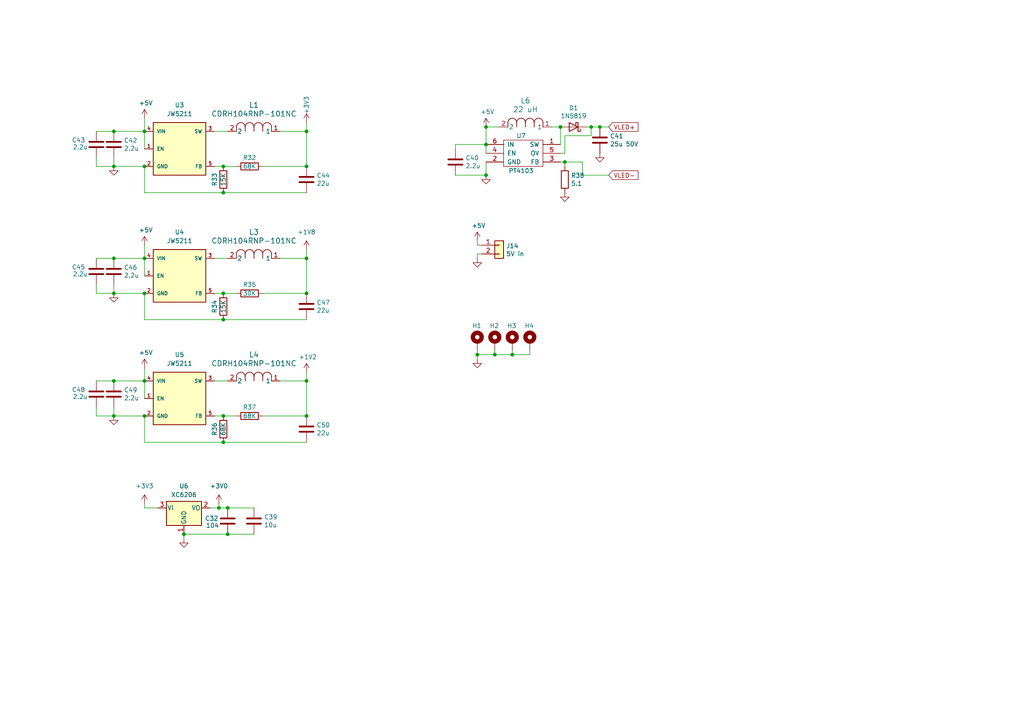
<source format=kicad_sch>
(kicad_sch (version 20231120) (generator "eeschema") (generator_version "8.0")
  (paper "A4")
  (title_block (title "Kaage Pi") (company "Abhilash") (comment 1 "https://github.com/abhilashsagar"))
  (lib_symbols
    (symbol "2025-03-06_13-07-21:CDRH104RNP-101NC" (pin_names (offset 0.254))
      (property "Reference" "L" (at 6.985 5.08 0))
      (property "Value" "CDRH104RNP-101NC" (at 6.985 -2.54 0))
      (symbol "CDRH104RNP-101NC_0_1"
        (polyline (pts (xy 2.54 0) (xy 2.54 1.27)) (stroke (width 0.2032)))
        (polyline (pts (xy 5.08 0) (xy 5.08 1.27)) (stroke (width 0.2032)))
        (polyline (pts (xy 7.62 0) (xy 7.62 1.27)) (stroke (width 0.2032)))
        (polyline (pts (xy 10.16 0) (xy 10.16 1.27)) (stroke (width 0.2032)))
        (polyline (pts (xy 12.7 0) (xy 12.7 1.27)) (stroke (width 0.2032)))
        (arc (start 5.08 1.27) (mid 3.81 2.5344) (end 2.54 1.27) (stroke (width 0.2032)))
        (arc (start 7.62 1.27) (mid 6.35 2.5344) (end 5.08 1.27) (stroke (width 0.2032)))
        (arc (start 10.16 1.27) (mid 8.89 2.5344) (end 7.62 1.27) (stroke (width 0.2032)))
        (arc (start 12.7 1.27) (mid 11.43 2.5344) (end 10.16 1.27) (stroke (width 0.2032)))
        (pin unspecified line (at 15.24 0 180) (length 2.54) (name "1") (number "1"))
        (pin unspecified line (at 0 0 0) (length 2.54) (name "2") (number "2"))
      )
    )
    (symbol "Connector_Generic:Conn_01x02" (pin_names (offset 1.016) hide)
      (property "Reference" "J" (at 0 2.54 0))
      (property "Value" "Conn_01x02" (at 0 -5.08 0))
      (symbol "Conn_01x02_1_1"
        (rectangle (start -1.27 -2.413) (end 0 -2.667) (stroke (width 0.1524)))
        (rectangle (start -1.27 0.127) (end 0 -0.127) (stroke (width 0.1524)))
        (rectangle (start -1.27 1.27) (end 1.27 -3.81) (stroke (width 0.254)) (fill (type background)))
        (pin passive line (at -5.08 0 0) (length 3.81) (name "Pin_1") (number "1"))
        (pin passive line (at -5.08 -2.54 0) (length 3.81) (name "Pin_2") (number "2"))
      )
    )
    (symbol "Device:C" (pin_numbers hide) (pin_names (offset 0.254))
      (property "Reference" "C" (at 0.635 2.54 0))
      (property "Value" "C" (at 0.635 -2.54 0))
      (symbol "C_0_1"
        (polyline (pts (xy -2.032 -0.762) (xy 2.032 -0.762)) (stroke (width 0.508)))
        (polyline (pts (xy -2.032 0.762) (xy 2.032 0.762)) (stroke (width 0.508)))
      )
      (symbol "C_1_1"
        (pin passive line (at 0 3.81 270) (length 2.794) (name "~") (number "1"))
        (pin passive line (at 0 -3.81 90) (length 2.794) (name "~") (number "2"))
      )
    )
    (symbol "Device:D_Schottky" (pin_numbers hide) (pin_names (offset 1.016) hide)
      (property "Reference" "D" (at 0 2.54 0))
      (property "Value" "D_Schottky" (at 0 -2.54 0))
      (symbol "D_Schottky_0_1"
        (polyline (pts (xy 1.27 0) (xy -1.27 0)))
        (polyline (pts (xy 1.27 1.27) (xy 1.27 -1.27) (xy -1.27 0) (xy 1.27 1.27)) (stroke (width 0.254)))
        (polyline (pts (xy -1.905 0.635) (xy -1.905 1.27) (xy -1.27 1.27) (xy -1.27 -1.27) (xy -0.635 -1.27) (xy -0.635 -0.635)) (stroke (width 0.254)))
      )
      (symbol "D_Schottky_1_1"
        (pin passive line (at -3.81 0 0) (length 2.54) (name "K") (number "1"))
        (pin passive line (at 3.81 0 180) (length 2.54) (name "A") (number "2"))
      )
    )
    (symbol "Device:R" (pin_numbers hide) (pin_names (offset 0))
      (property "Reference" "R" (at 2.032 0 90))
      (property "Value" "R" (at 0 0 90))
      (symbol "R_0_1"
        (rectangle (start -1.016 -2.54) (end 1.016 2.54) (stroke (width 0.254)))
      )
      (symbol "R_1_1"
        (pin passive line (at 0 3.81 270) (length 1.27) (name "~") (number "1"))
        (pin passive line (at 0 -3.81 90) (length 1.27) (name "~") (number "2"))
      )
    )
    (symbol "JW5211:JW5211" (pin_names (offset 1.016))
      (property "Reference" "U" (at 0 15.748 0))
      (property "Value" "JW5211" (at 0 -2.286 0))
      (symbol "JW5211_0_0"
        (rectangle (start 0 0) (end 15.24 15.24) (stroke (width 0.254)) (fill (type background)))
        (pin input line (at -2.54 7.62 0) (length 2.54) (name "EN") (number "1"))
        (pin power_in line (at -2.54 2.54 0) (length 2.54) (name "GND") (number "2"))
        (pin power_in line (at 17.78 12.7 180) (length 2.54) (name "SW") (number "3"))
        (pin power_in line (at -2.54 12.7 0) (length 2.54) (name "VIN") (number "4"))
        (pin input line (at 17.78 2.54 180) (length 2.54) (name "FB") (number "5"))
      )
    )
    (symbol "Mechanical:MountingHole_Pad" (pin_numbers hide) (pin_names (offset 1.016) hide) (exclude_from_sim yes) (in_bom no)
      (property "Reference" "H" (at 0 6.35 0))
      (property "Value" "MountingHole_Pad" (at 0 4.445 0))
      (symbol "MountingHole_Pad_0_1"
        (circle (center 0 1.27) (radius 1.27) (stroke (width 1.27)))
      )
      (symbol "MountingHole_Pad_1_1"
        (pin input line (at 0 -2.54 90) (length 2.54) (name "1") (number "1"))
      )
    )
    (symbol "Regulator_Linear:XC6206PxxxMR" (pin_names (offset 0.254))
      (property "Reference" "U" (at -3.81 3.175 0))
      (property "Value" "XC6206PxxxMR" (at 0 3.175 0))
      (symbol "XC6206PxxxMR_0_1"
        (rectangle (start -5.08 1.905) (end 5.08 -5.08) (stroke (width 0.254)) (fill (type background)))
      )
      (symbol "XC6206PxxxMR_1_1"
        (pin power_in line (at 0 -7.62 90) (length 2.54) (name "GND") (number "1"))
        (pin power_out line (at 7.62 0 180) (length 2.54) (name "VO") (number "2"))
        (pin power_in line (at -7.62 0 0) (length 2.54) (name "VI") (number "3"))
      )
    )
    (symbol "balmer_allwinner_v3s_v2-rescue:+1V2-power" (power) (pin_names (offset 0))
      (property "Value" "power_+1V2" (at 0 3.556 0))
      (symbol "+1V2-power_0_1"
        (polyline (pts (xy -0.762 1.27) (xy 0 2.54)))
        (polyline (pts (xy 0 0) (xy 0 2.54)))
        (polyline (pts (xy 0 2.54) (xy 0.762 1.27)))
      )
      (symbol "+1V2-power_1_1"
        (pin power_in line (at 0 0 90) (length 0) hide (name "+1V2") (number "1"))
      )
    )
    (symbol "balmer_allwinner_v3s_v2-rescue:+1V8-power" (power) (pin_names (offset 0))
      (property "Value" "power_+1V8" (at 0 3.556 0))
      (symbol "+1V8-power_0_1"
        (polyline (pts (xy -0.762 1.27) (xy 0 2.54)))
        (polyline (pts (xy 0 0) (xy 0 2.54)))
        (polyline (pts (xy 0 2.54) (xy 0.762 1.27)))
      )
      (symbol "+1V8-power_1_1"
        (pin power_in line (at 0 0 90) (length 0) hide (name "+1V8") (number "1"))
      )
    )
    (symbol "balmer_allwinner_v3s_v2-rescue:+3V0-power" (power) (pin_names (offset 0))
      (property "Value" "power_+3V0" (at 0 3.556 0))
      (symbol "+3V0-power_0_1"
        (polyline (pts (xy -0.762 1.27) (xy 0 2.54)))
        (polyline (pts (xy 0 0) (xy 0 2.54)))
        (polyline (pts (xy 0 2.54) (xy 0.762 1.27)))
      )
      (symbol "+3V0-power_1_1"
        (pin power_in line (at 0 0 90) (length 0) hide (name "+3V0") (number "1"))
      )
    )
    (symbol "balmer_allwinner_v3s_v2-rescue:+3V3-power" (power) (pin_names (offset 0))
      (property "Value" "power_+3V3" (at 0 3.556 0))
      (symbol "+3V3-power_0_1"
        (polyline (pts (xy -0.762 1.27) (xy 0 2.54)))
        (polyline (pts (xy 0 0) (xy 0 2.54)))
        (polyline (pts (xy 0 2.54) (xy 0.762 1.27)))
      )
      (symbol "+3V3-power_1_1"
        (pin power_in line (at 0 0 90) (length 0) hide (name "+3V3") (number "1"))
      )
    )
    (symbol "balmer_allwinner_v3s_v2-rescue:+5V-power" (power) (pin_names (offset 0))
      (property "Value" "power_+5V" (at 0 3.556 0))
      (symbol "+5V-power_0_1"
        (polyline (pts (xy -0.762 1.27) (xy 0 2.54)))
        (polyline (pts (xy 0 0) (xy 0 2.54)))
        (polyline (pts (xy 0 2.54) (xy 0.762 1.27)))
      )
      (symbol "+5V-power_1_1"
        (pin power_in line (at 0 0 90) (length 0) hide (name "+5V") (number "1"))
      )
    )
    (symbol "balmer_allwinner_v3s_v2-rescue:GND-power" (power) (pin_names (offset 0))
      (property "Value" "power_GND" (at 0 -3.81 0))
      (symbol "GND-power_0_1"
        (polyline (pts (xy 0 0) (xy 0 -1.27) (xy 1.27 -1.27) (xy 0 -2.54) (xy -1.27 -1.27) (xy 0 -1.27)))
      )
      (symbol "GND-power_1_1"
        (pin power_in line (at 0 0 270) (length 0) hide (name "GND") (number "1"))
      )
    )
    (symbol "balmer_allwinner_v3s_v2-rescue:PT4101-balmer" (pin_names (offset 1.016))
      (property "Reference" "U" (at -1.27 3.81 0))
      (property "Value" "balmer_PT4101" (at 0 -6.35 0))
      (symbol "PT4101-balmer_0_1"
        (rectangle (start -6.35 2.54) (end 5.08 -5.08))
      )
      (symbol "PT4101-balmer_1_1"
        (pin input line (at 10.16 1.27 180) (length 5.08) (name "SW") (number "1"))
        (pin input line (at -11.43 -3.81 0) (length 5.08) (name "GND") (number "2"))
        (pin input line (at 10.16 -3.81 180) (length 5.08) (name "FB") (number "3"))
        (pin input line (at -11.43 -1.27 0) (length 5.08) (name "EN") (number "4"))
        (pin input line (at 10.16 -1.27 180) (length 5.08) (name "OV") (number "5"))
        (pin input line (at -11.43 1.27 0) (length 5.08) (name "IN") (number "6"))
      )
    )
  )
  (junction (at 140.97 36.83))
  (junction (at 64.77 92.71))
  (junction (at 88.9 120.65))
  (junction (at 33.02 38.1))
  (junction (at 140.97 50.8))
  (junction (at 33.02 110.49))
  (junction (at 64.77 48.26))
  (junction (at 64.77 55.88))
  (junction (at 41.91 85.09))
  (junction (at 143.51 102.87))
  (junction (at 64.77 128.27))
  (junction (at 88.9 48.26))
  (junction (at 53.34 154.94))
  (junction (at 64.77 85.09))
  (junction (at 33.02 48.26))
  (junction (at 171.45 36.83))
  (junction (at 88.9 38.1))
  (junction (at 41.91 74.93))
  (junction (at 138.43 102.87))
  (junction (at 41.91 48.26))
  (junction (at 163.83 46.99))
  (junction (at 140.97 41.91))
  (junction (at 33.02 85.09))
  (junction (at 66.04 154.94))
  (junction (at 66.04 147.32))
  (junction (at 64.77 120.65))
  (junction (at 41.91 110.49))
  (junction (at 173.99 36.83))
  (junction (at 88.9 74.93))
  (junction (at 88.9 85.09))
  (junction (at 41.91 120.65))
  (junction (at 148.59 102.87))
  (junction (at 88.9 110.49))
  (junction (at 33.02 120.65))
  (junction (at 63.5 147.32))
  (junction (at 33.02 74.93))
  (junction (at 162.56 36.83))
  (junction (at 41.91 38.1))
  (wire (pts (xy 41.91 110.49) (xy 41.91 115.57)))
  (wire (pts (xy 171.45 36.83) (xy 173.99 36.83)))
  (wire (pts (xy 88.9 48.26) (xy 88.9 38.1)))
  (wire (pts (xy 162.56 46.99) (xy 163.83 46.99)))
  (wire (pts (xy 66.04 154.94) (xy 73.66 154.94)))
  (wire (pts (xy 76.2 85.09) (xy 88.9 85.09)))
  (wire (pts (xy 160.02 36.83) (xy 162.56 36.83)))
  (wire (pts (xy 148.59 102.87) (xy 153.67 102.87)))
  (wire (pts (xy 60.96 147.32) (xy 63.5 147.32)))
  (wire (pts (xy 27.94 38.1) (xy 33.02 38.1)))
  (wire (pts (xy 139.7 71.12) (xy 138.43 71.12)))
  (wire (pts (xy 170.18 36.83) (xy 171.45 36.83)))
  (wire (pts (xy 53.34 156.21) (xy 53.34 154.94)))
  (wire (pts (xy 88.9 120.65) (xy 88.9 110.49)))
  (wire (pts (xy 64.77 128.27) (xy 41.91 128.27)))
  (wire (pts (xy 53.34 154.94) (xy 66.04 154.94)))
  (wire (pts (xy 88.9 85.09) (xy 88.9 74.93)))
  (wire (pts (xy 171.45 39.37) (xy 163.83 39.37)))
  (wire (pts (xy 66.04 110.49) (xy 62.23 110.49)))
  (wire (pts (xy 41.91 92.71) (xy 41.91 85.09)))
  (wire (pts (xy 33.02 85.09) (xy 41.91 85.09)))
  (wire (pts (xy 171.45 36.83) (xy 171.45 39.37)))
  (wire (pts (xy 88.9 110.49) (xy 88.9 107.95)))
  (wire (pts (xy 62.23 48.26) (xy 64.77 48.26)))
  (wire (pts (xy 88.9 55.88) (xy 64.77 55.88)))
  (wire (pts (xy 64.77 92.71) (xy 41.91 92.71)))
  (wire (pts (xy 138.43 101.6) (xy 138.43 102.87)))
  (wire (pts (xy 132.08 41.91) (xy 140.97 41.91)))
  (wire (pts (xy 138.43 73.66) (xy 138.43 74.93)))
  (wire (pts (xy 143.51 101.6) (xy 143.51 102.87)))
  (wire (pts (xy 81.28 74.93) (xy 88.9 74.93)))
  (wire (pts (xy 88.9 92.71) (xy 64.77 92.71)))
  (wire (pts (xy 138.43 102.87) (xy 143.51 102.87)))
  (wire (pts (xy 140.97 44.45) (xy 140.97 41.91)))
  (wire (pts (xy 41.91 55.88) (xy 41.91 48.26)))
  (wire (pts (xy 143.51 102.87) (xy 148.59 102.87)))
  (wire (pts (xy 41.91 147.32) (xy 41.91 146.05)))
  (wire (pts (xy 76.2 120.65) (xy 88.9 120.65)))
  (wire (pts (xy 163.83 44.45) (xy 162.56 44.45)))
  (wire (pts (xy 27.94 85.09) (xy 33.02 85.09)))
  (wire (pts (xy 33.02 118.11) (xy 33.02 120.65)))
  (wire (pts (xy 168.91 50.8) (xy 168.91 46.99)))
  (wire (pts (xy 33.02 48.26) (xy 41.91 48.26)))
  (wire (pts (xy 41.91 71.12) (xy 41.91 74.93)))
  (wire (pts (xy 27.94 48.26) (xy 33.02 48.26)))
  (wire (pts (xy 173.99 36.83) (xy 176.53 36.83)))
  (wire (pts (xy 45.72 147.32) (xy 41.91 147.32)))
  (wire (pts (xy 163.83 46.99) (xy 163.83 48.26)))
  (wire (pts (xy 27.94 110.49) (xy 33.02 110.49)))
  (wire (pts (xy 148.59 101.6) (xy 148.59 102.87)))
  (wire (pts (xy 163.83 39.37) (xy 163.83 44.45)))
  (wire (pts (xy 64.77 85.09) (xy 68.58 85.09)))
  (wire (pts (xy 64.77 120.65) (xy 68.58 120.65)))
  (wire (pts (xy 132.08 50.8) (xy 140.97 50.8)))
  (wire (pts (xy 138.43 71.12) (xy 138.43 69.85)))
  (wire (pts (xy 81.28 38.1) (xy 88.9 38.1)))
  (wire (pts (xy 33.02 38.1) (xy 41.91 38.1)))
  (wire (pts (xy 66.04 38.1) (xy 62.23 38.1)))
  (wire (pts (xy 64.77 48.26) (xy 68.58 48.26)))
  (wire (pts (xy 27.94 74.93) (xy 33.02 74.93)))
  (wire (pts (xy 66.04 74.93) (xy 62.23 74.93)))
  (wire (pts (xy 66.04 147.32) (xy 73.66 147.32)))
  (wire (pts (xy 27.94 48.26) (xy 27.94 45.72)))
  (wire (pts (xy 132.08 43.18) (xy 132.08 41.91)))
  (wire (pts (xy 81.28 110.49) (xy 88.9 110.49)))
  (wire (pts (xy 162.56 36.83) (xy 162.56 41.91)))
  (wire (pts (xy 140.97 41.91) (xy 140.97 36.83)))
  (wire (pts (xy 41.91 106.68) (xy 41.91 110.49)))
  (wire (pts (xy 63.5 147.32) (xy 66.04 147.32)))
  (wire (pts (xy 62.23 85.09) (xy 64.77 85.09)))
  (wire (pts (xy 33.02 74.93) (xy 41.91 74.93)))
  (wire (pts (xy 88.9 74.93) (xy 88.9 72.39)))
  (wire (pts (xy 168.91 46.99) (xy 163.83 46.99)))
  (wire (pts (xy 153.67 102.87) (xy 153.67 101.6)))
  (wire (pts (xy 88.9 38.1) (xy 88.9 35.56)))
  (wire (pts (xy 41.91 74.93) (xy 41.91 80.01)))
  (wire (pts (xy 27.94 120.65) (xy 27.94 118.11)))
  (wire (pts (xy 33.02 45.72) (xy 33.02 48.26)))
  (wire (pts (xy 33.02 120.65) (xy 41.91 120.65)))
  (wire (pts (xy 168.91 50.8) (xy 176.53 50.8)))
  (wire (pts (xy 76.2 48.26) (xy 88.9 48.26)))
  (wire (pts (xy 62.23 120.65) (xy 64.77 120.65)))
  (wire (pts (xy 27.94 85.09) (xy 27.94 82.55)))
  (wire (pts (xy 88.9 128.27) (xy 64.77 128.27)))
  (wire (pts (xy 33.02 110.49) (xy 41.91 110.49)))
  (wire (pts (xy 64.77 55.88) (xy 41.91 55.88)))
  (wire (pts (xy 27.94 120.65) (xy 33.02 120.65)))
  (wire (pts (xy 41.91 34.29) (xy 41.91 38.1)))
  (wire (pts (xy 41.91 128.27) (xy 41.91 120.65)))
  (wire (pts (xy 138.43 102.87) (xy 138.43 104.14)))
  (wire (pts (xy 139.7 73.66) (xy 138.43 73.66)))
  (wire (pts (xy 41.91 38.1) (xy 41.91 43.18)))
  (wire (pts (xy 140.97 46.99) (xy 140.97 50.8)))
  (wire (pts (xy 33.02 82.55) (xy 33.02 85.09)))
  (wire (pts (xy 63.5 147.32) (xy 63.5 146.05)))
  (wire (pts (xy 140.97 36.83) (xy 144.78 36.83)))
  (global_label "VLED-" (shape input) (at 176.53 50.8 0) (property "Intersheetrefs" "${INTERSHEET_REFS}" (effects (hide yes))))
  (global_label "VLED+" (shape input) (at 176.53 36.83 0) (property "Intersheetrefs" "${INTERSHEET_REFS}" (effects (hide yes))))
  (symbol (lib_id "balmer_allwinner_v3s_v2-rescue:+5V-power") (at 41.91 71.12 0) (unit 1)
    (property "Reference" "#PWR0109" (effects (hide yes)))
    (property "Value" "+5V" (at 42.291 66.7258 0))
  )
  (symbol (lib_id "Device:C") (at 88.9 88.9 0) (unit 1)
    (property "Reference" "C47" (at 91.821 87.7316 0) (effects (justify left)))
    (property "Value" "22u" (at 91.821 90.043 0) (effects (justify left)))
    (property "Footprint" "Capacitor_SMD:C_0603_1608Metric" (effects (hide yes)))
  )
  (symbol (lib_id "Device:C") (at 73.66 151.13 0) (unit 1)
    (property "Reference" "C39" (at 76.581 149.9616 0) (effects (justify left)))
    (property "Value" "10u" (at 76.581 152.273 0) (effects (justify left)))
    (property "Footprint" "Capacitor_SMD:C_0603_1608Metric" (effects (hide yes)))
  )
  (symbol (lib_id "balmer_allwinner_v3s_v2-rescue:+5V-power") (at 140.97 36.83 0) (unit 1)
    (property "Reference" "#PWR0118" (effects (hide yes)))
    (property "Value" "+5V" (at 141.351 32.4358 0))
  )
  (symbol (lib_id "Device:C") (at 173.99 40.64 0) (unit 1)
    (property "Reference" "C41" (at 176.911 39.4716 0) (effects (justify left)))
    (property "Value" "25u 50V" (at 176.911 41.783 0) (effects (justify left)))
    (property "Footprint" "Capacitor_SMD:C_1206_3216Metric" (effects (hide yes)))
  )
  (symbol (lib_id "Mechanical:MountingHole_Pad") (at 153.67 99.06 0) (unit 1) (exclude_from_sim yes) (in_bom no)
    (property "Reference" "H4" (at 152.146 94.488 0) (effects (justify left)))
    (property "Value" "MountingHole_Pad" (effects (hide yes)))
    (property "Footprint" "MountingHole:MountingHole_2.5mm_Pad" (effects (hide yes)))
    (property "Description" "Mounting Hole with connection" (effects (hide yes)))
  )
  (symbol (lib_id "JW5211:JW5211") (at 44.45 123.19 0) (unit 1)
    (property "Reference" "U5" (at 52.07 102.87 0))
    (property "Value" "JW5211" (at 52.07 105.41 0))
    (property "Footprint" "Package_TO_SOT_SMD:SOT-23-5" (effects (hide yes)))
    (property "MF" "NJR" (effects (hide yes)))
    (property "Description_1" "\n                        \n                            Digital to Analog Converters - DAC 8bit 3ch D/A Cnvrtr for Elctrnc Adjstmnt\n                        \n" (effects (hide yes)))
    (property "Package" "None" (effects (hide yes)))
    (property "Price" "None" (effects (hide yes)))
    (property "SnapEDA_Link" "https://www.snapeda.com/parts/JW5211/NJR/view-part/?ref=snap" (effects (hide yes)))
    (property "MP" "JW5211" (effects (hide yes)))
    (property "Availability" "Not in stock" (effects (hide yes)))
    (property "Check_prices" "https://www.snapeda.com/parts/JW5211/NJR/view-part/?ref=eda" (effects (hide yes)))
  )
  (symbol (lib_id "Device:R") (at 163.83 52.07 0) (unit 1)
    (property "Reference" "R38" (at 165.608 50.9016 0) (effects (justify left)))
    (property "Value" "5.1" (at 165.608 53.213 0) (effects (justify left)))
    (property "Footprint" "Resistor_SMD:R_0603_1608Metric" (effects (hide yes)))
  )
  (symbol (lib_id "Device:C") (at 132.08 46.99 0) (unit 1)
    (property "Reference" "C40" (at 135.001 45.8216 0) (effects (justify left)))
    (property "Value" "2.2u" (at 135.001 48.133 0) (effects (justify left)))
    (property "Footprint" "Capacitor_SMD:C_0805_2012Metric" (effects (hide yes)))
  )
  (symbol (lib_id "Device:R") (at 64.77 88.9 0) (unit 1)
    (property "Reference" "R34" (at 62.23 88.9 90))
    (property "Value" "15K" (at 64.77 88.9 90))
    (property "Footprint" "Resistor_SMD:R_0603_1608Metric" (effects (hide yes)))
  )
  (symbol (lib_id "Device:R") (at 72.39 120.65 270) (unit 1)
    (property "Reference" "R37" (at 72.39 118.11 90))
    (property "Value" "68K" (at 72.39 120.65 90))
    (property "Footprint" "Resistor_SMD:R_0603_1608Metric" (effects (hide yes)))
  )
  (symbol (lib_id "Device:D_Schottky") (at 166.37 36.83 180) (unit 1)
    (property "Reference" "D1" (at 166.37 31.3182 0))
    (property "Value" "1N5819" (at 166.37 33.6296 0))
    (property "Footprint" "Diode_SMD:D_SOD-123" (effects (hide yes)))
  )
  (symbol (lib_id "balmer_allwinner_v3s_v2-rescue:+1V2-power") (at 88.9 107.95 0) (unit 1)
    (property "Reference" "#PWR093" (effects (hide yes)))
    (property "Value" "+1V2" (at 89.281 103.5558 0))
  )
  (symbol (lib_id "Device:C") (at 88.9 52.07 0) (unit 1)
    (property "Reference" "C44" (at 91.821 50.9016 0) (effects (justify left)))
    (property "Value" "22u" (at 91.821 53.213 0) (effects (justify left)))
    (property "Footprint" "Capacitor_SMD:C_0603_1608Metric" (effects (hide yes)))
  )
  (symbol (lib_id "Mechanical:MountingHole_Pad") (at 143.51 99.06 0) (unit 1) (exclude_from_sim yes) (in_bom no)
    (property "Reference" "H2" (at 141.986 94.488 0) (effects (justify left)))
    (property "Value" "MountingHole_Pad" (effects (hide yes)))
    (property "Footprint" "MountingHole:MountingHole_2.5mm_Pad" (effects (hide yes)))
    (property "Description" "Mounting Hole with connection" (effects (hide yes)))
  )
  (symbol (lib_id "balmer_allwinner_v3s_v2-rescue:GND-power") (at 138.43 104.14 0) (unit 1)
    (property "Reference" "#PWR085" (effects (hide yes)))
    (property "Value" "GND" (effects (hide yes)))
  )
  (symbol (lib_id "Device:R") (at 72.39 48.26 270) (unit 1)
    (property "Reference" "R32" (at 72.39 45.72 90))
    (property "Value" "68K" (at 72.39 48.26 90))
    (property "Footprint" "Resistor_SMD:R_0603_1608Metric" (effects (hide yes)))
  )
  (symbol (lib_id "Mechanical:MountingHole_Pad") (at 138.43 99.06 0) (unit 1) (exclude_from_sim yes) (in_bom no)
    (property "Reference" "H1" (at 136.906 94.488 0) (effects (justify left)))
    (property "Value" "MountingHole_Pad" (effects (hide yes)))
    (property "Footprint" "MountingHole:MountingHole_2.5mm_Pad" (effects (hide yes)))
    (property "Description" "Mounting Hole with connection" (effects (hide yes)))
  )
  (symbol (lib_id "JW5211:JW5211") (at 44.45 87.63 0) (unit 1)
    (property "Reference" "U4" (at 52.07 67.31 0))
    (property "Value" "JW5211" (at 52.07 69.85 0))
    (property "Footprint" "Package_TO_SOT_SMD:SOT-23-5" (effects (hide yes)))
    (property "MF" "NJR" (effects (hide yes)))
    (property "Description_1" "\n                        \n                            Digital to Analog Converters - DAC 8bit 3ch D/A Cnvrtr for Elctrnc Adjstmnt\n                        \n" (effects (hide yes)))
    (property "Package" "None" (effects (hide yes)))
    (property "Price" "None" (effects (hide yes)))
    (property "SnapEDA_Link" "https://www.snapeda.com/parts/JW5211/NJR/view-part/?ref=snap" (effects (hide yes)))
    (property "MP" "JW5211" (effects (hide yes)))
    (property "Availability" "Not in stock" (effects (hide yes)))
    (property "Check_prices" "https://www.snapeda.com/parts/JW5211/NJR/view-part/?ref=eda" (effects (hide yes)))
  )
  (symbol (lib_id "Device:C") (at 27.94 41.91 0) (unit 1)
    (property "Reference" "C43" (at 20.828 40.64 0) (effects (justify left)))
    (property "Value" "2.2u" (at 21.082 42.672 0) (effects (justify left)))
    (property "Footprint" "Capacitor_SMD:C_0805_2012Metric" (effects (hide yes)))
  )
  (symbol (lib_id "balmer_allwinner_v3s_v2-rescue:PT4101-balmer") (at 152.4 43.18 0) (unit 1)
    (property "Reference" "U7" (at 151.13 39.37 0))
    (property "Value" "PT4103" (at 151.13 49.53 0))
    (property "Footprint" "Package_TO_SOT_SMD:SOT-23-6" (effects (hide yes)))
  )
  (symbol (lib_id "balmer_allwinner_v3s_v2-rescue:GND-power") (at 33.02 85.09 0) (unit 1)
    (property "Reference" "#PWR0108" (effects (hide yes)))
    (property "Value" "GND" (effects (hide yes)))
  )
  (symbol (lib_id "balmer_allwinner_v3s_v2-rescue:+3V3-power") (at 41.91 146.05 0) (unit 1)
    (property "Reference" "#PWR0113" (effects (hide yes)))
    (property "Value" "+3V3" (at 41.91 140.97 0))
  )
  (symbol (lib_id "Connector_Generic:Conn_01x02") (at 144.78 71.12 0) (unit 1)
    (property "Reference" "J14" (at 146.812 71.3232 0) (effects (justify left)))
    (property "Value" "5V in" (at 146.812 73.6346 0) (effects (justify left)))
    (property "Footprint" "Connector_PinSocket_2.54mm:PinSocket_1x02_P2.54mm_Vertical" (effects (hide yes)))
  )
  (symbol (lib_id "balmer_allwinner_v3s_v2-rescue:+5V-power") (at 41.91 106.68 0) (unit 1)
    (property "Reference" "#PWR0112" (effects (hide yes)))
    (property "Value" "+5V" (at 42.291 102.2858 0))
  )
  (symbol (lib_id "JW5211:JW5211") (at 44.45 50.8 0) (unit 1)
    (property "Reference" "U3" (at 52.07 30.48 0))
    (property "Value" "JW5211" (at 52.07 33.02 0))
    (property "Footprint" "Package_TO_SOT_SMD:SOT-23-5" (effects (hide yes)))
    (property "MF" "NJR" (effects (hide yes)))
    (property "Description_1" "\n                        \n                            Digital to Analog Converters - DAC 8bit 3ch D/A Cnvrtr for Elctrnc Adjstmnt\n                        \n" (effects (hide yes)))
    (property "Package" "None" (effects (hide yes)))
    (property "Price" "None" (effects (hide yes)))
    (property "SnapEDA_Link" "https://www.snapeda.com/parts/JW5211/NJR/view-part/?ref=snap" (effects (hide yes)))
    (property "MP" "JW5211" (effects (hide yes)))
    (property "Availability" "Not in stock" (effects (hide yes)))
    (property "Check_prices" "https://www.snapeda.com/parts/JW5211/NJR/view-part/?ref=eda" (effects (hide yes)))
  )
  (symbol (lib_id "balmer_allwinner_v3s_v2-rescue:+5V-power") (at 41.91 34.29 0) (unit 1)
    (property "Reference" "#PWR0107" (effects (hide yes)))
    (property "Value" "+5V" (at 42.291 29.8958 0))
  )
  (symbol (lib_id "balmer_allwinner_v3s_v2-rescue:+1V8-power") (at 88.9 72.39 0) (unit 1)
    (property "Reference" "#PWR092" (effects (hide yes)))
    (property "Value" "+1V8" (at 88.9 67.31 0))
  )
  (symbol (lib_id "balmer_allwinner_v3s_v2-rescue:GND-power") (at 138.43 74.93 0) (unit 1)
    (property "Reference" "#PWR0121" (effects (hide yes)))
    (property "Value" "GND" (effects (hide yes)))
  )
  (symbol (lib_id "balmer_allwinner_v3s_v2-rescue:+5V-power") (at 138.43 69.85 0) (unit 1)
    (property "Reference" "#PWR0120" (effects (hide yes)))
    (property "Value" "+5V" (at 138.811 65.4558 0))
  )
  (symbol (lib_id "balmer_allwinner_v3s_v2-rescue:+3V0-power") (at 63.5 146.05 0) (unit 1)
    (property "Reference" "#PWR0110" (effects (hide yes)))
    (property "Value" "+3V0" (at 63.5 140.97 0))
  )
  (symbol (lib_id "balmer_allwinner_v3s_v2-rescue:GND-power") (at 33.02 48.26 0) (unit 1)
    (property "Reference" "#PWR0106" (effects (hide yes)))
    (property "Value" "GND" (effects (hide yes)))
  )
  (symbol (lib_id "balmer_allwinner_v3s_v2-rescue:GND-power") (at 53.34 156.21 0) (unit 1)
    (property "Reference" "#PWR0114" (effects (hide yes)))
    (property "Value" "GND" (effects (hide yes)))
  )
  (symbol (lib_id "Device:C") (at 88.9 124.46 0) (unit 1)
    (property "Reference" "C50" (at 91.821 123.2916 0) (effects (justify left)))
    (property "Value" "22u" (at 91.821 125.603 0) (effects (justify left)))
    (property "Footprint" "Capacitor_SMD:C_0603_1608Metric" (effects (hide yes)))
  )
  (symbol (lib_id "Regulator_Linear:XC6206PxxxMR") (at 53.34 147.32 0) (unit 1)
    (property "Reference" "U6" (at 53.34 140.97 0))
    (property "Value" "XC6206" (at 53.34 143.51 0))
    (property "Footprint" "Package_TO_SOT_SMD:SOT-23-3" (effects (hide yes)))
    (property "Datasheet" "https://www.torexsemi.com/file/xc6206/XC6206.pdf" (effects (hide yes)))
    (property "Description" "Positive 60-250mA Low Dropout Regulator, Fixed Output, SOT-23" (effects (hide yes)))
  )
  (symbol (lib_id "2025-03-06_13-07-21:CDRH104RNP-101NC") (at 144.78 36.83 0) (unit 1)
    (property "Reference" "L6" (at 152.4 29.21 0) (effects (font (size 1.524 1.524))))
    (property "Value" "22 uH" (at 152.4 31.75 0) (effects (font (size 1.524 1.524))))
    (property "Footprint" "allwinnerv3s:SWPA6045S220MT" (effects (hide yes)))
    (property "Datasheet" "CDRH104RNP-101NC" (effects (hide yes)))
  )
  (symbol (lib_id "balmer_allwinner_v3s_v2-rescue:GND-power") (at 173.99 44.45 0) (unit 1)
    (property "Reference" "#PWR0123" (effects (hide yes)))
    (property "Value" "GND" (effects (hide yes)))
  )
  (symbol (lib_id "Device:R") (at 64.77 124.46 0) (unit 1)
    (property "Reference" "R36" (at 62.23 124.46 90))
    (property "Value" "68K" (at 64.77 124.46 90))
    (property "Footprint" "Resistor_SMD:R_0603_1608Metric" (effects (hide yes)))
  )
  (symbol (lib_id "Device:C") (at 27.94 114.3 0) (unit 1)
    (property "Reference" "C48" (at 20.828 113.03 0) (effects (justify left)))
    (property "Value" "2.2u" (at 21.082 115.062 0) (effects (justify left)))
    (property "Footprint" "Capacitor_SMD:C_0805_2012Metric" (effects (hide yes)))
  )
  (symbol (lib_id "2025-03-06_13-07-21:CDRH104RNP-101NC") (at 66.04 110.49 0) (unit 1)
    (property "Reference" "L4" (at 73.66 102.87 0) (effects (font (size 1.524 1.524))))
    (property "Value" "CDRH104RNP-101NC" (at 73.66 105.41 0) (effects (font (size 1.524 1.524))))
    (property "Footprint" "allwinnerv3s:SWPA6045S220MT" (effects (hide yes)))
    (property "Datasheet" "CDRH104RNP-101NC" (effects (hide yes)))
  )
  (symbol (lib_id "Device:R") (at 72.39 85.09 270) (unit 1)
    (property "Reference" "R35" (at 72.39 82.55 90))
    (property "Value" "30K" (at 72.39 85.09 90))
    (property "Footprint" "Resistor_SMD:R_0603_1608Metric" (effects (hide yes)))
  )
  (symbol (lib_id "Device:C") (at 66.04 151.13 0) (unit 1)
    (property "Reference" "C32" (at 59.436 150.368 0) (effects (justify left)))
    (property "Value" "104" (at 59.69 152.4 0) (effects (justify left)))
    (property "Footprint" "Capacitor_SMD:C_0603_1608Metric" (effects (hide yes)))
  )
  (symbol (lib_id "Mechanical:MountingHole_Pad") (at 148.59 99.06 0) (unit 1) (exclude_from_sim yes) (in_bom no)
    (property "Reference" "H3" (at 147.066 94.488 0) (effects (justify left)))
    (property "Value" "MountingHole_Pad" (effects (hide yes)))
    (property "Footprint" "MountingHole:MountingHole_2.5mm_Pad" (effects (hide yes)))
    (property "Description" "Mounting Hole with connection" (effects (hide yes)))
  )
  (symbol (lib_id "Device:C") (at 33.02 114.3 0) (unit 1)
    (property "Reference" "C49" (at 35.941 113.1316 0) (effects (justify left)))
    (property "Value" "2.2u" (at 35.941 115.443 0) (effects (justify left)))
    (property "Footprint" "Capacitor_SMD:C_0805_2012Metric" (effects (hide yes)))
  )
  (symbol (lib_id "2025-03-06_13-07-21:CDRH104RNP-101NC") (at 66.04 38.1 0) (unit 1)
    (property "Reference" "L1" (at 73.66 30.48 0) (effects (font (size 1.524 1.524))))
    (property "Value" "CDRH104RNP-101NC" (at 73.66 33.02 0) (effects (font (size 1.524 1.524))))
    (property "Footprint" "allwinnerv3s:SWPA6045S220MT" (effects (hide yes)))
    (property "Datasheet" "CDRH104RNP-101NC" (effects (hide yes)))
  )
  (symbol (lib_id "Device:C") (at 33.02 41.91 0) (unit 1)
    (property "Reference" "C42" (at 35.941 40.7416 0) (effects (justify left)))
    (property "Value" "2.2u" (at 35.941 43.053 0) (effects (justify left)))
    (property "Footprint" "Capacitor_SMD:C_0805_2012Metric" (effects (hide yes)))
  )
  (symbol (lib_id "balmer_allwinner_v3s_v2-rescue:GND-power") (at 140.97 50.8 0) (unit 1)
    (property "Reference" "#PWR0119" (effects (hide yes)))
    (property "Value" "GND" (effects (hide yes)))
  )
  (symbol (lib_id "balmer_allwinner_v3s_v2-rescue:+3V3-power") (at 88.9 35.56 0) (unit 1)
    (property "Reference" "#PWR0105" (effects (hide yes)))
    (property "Value" "+3V3" (at 88.9 30.48 90))
  )
  (symbol (lib_id "balmer_allwinner_v3s_v2-rescue:GND-power") (at 33.02 120.65 0) (unit 1)
    (property "Reference" "#PWR0111" (effects (hide yes)))
    (property "Value" "GND" (effects (hide yes)))
  )
  (symbol (lib_id "balmer_allwinner_v3s_v2-rescue:GND-power") (at 163.83 55.88 0) (unit 1)
    (property "Reference" "#PWR0122" (effects (hide yes)))
    (property "Value" "GND" (effects (hide yes)))
  )
  (symbol (lib_id "Device:C") (at 27.94 78.74 0) (unit 1)
    (property "Reference" "C45" (at 20.828 77.47 0) (effects (justify left)))
    (property "Value" "2.2u" (at 21.082 79.502 0) (effects (justify left)))
    (property "Footprint" "Capacitor_SMD:C_0805_2012Metric" (effects (hide yes)))
  )
  (symbol (lib_id "Device:R") (at 64.77 52.07 0) (unit 1)
    (property "Reference" "R33" (at 62.23 52.07 90))
    (property "Value" "15K" (at 64.77 52.07 90))
    (property "Footprint" "Resistor_SMD:R_0603_1608Metric" (effects (hide yes)))
  )
  (symbol (lib_id "Device:C") (at 33.02 78.74 0) (unit 1)
    (property "Reference" "C46" (at 35.941 77.5716 0) (effects (justify left)))
    (property "Value" "2.2u" (at 35.941 79.883 0) (effects (justify left)))
    (property "Footprint" "Capacitor_SMD:C_0805_2012Metric" (effects (hide yes)))
  )
  (symbol (lib_id "2025-03-06_13-07-21:CDRH104RNP-101NC") (at 66.04 74.93 0) (unit 1)
    (property "Reference" "L3" (at 73.66 67.31 0) (effects (font (size 1.524 1.524))))
    (property "Value" "CDRH104RNP-101NC" (at 73.66 69.85 0) (effects (font (size 1.524 1.524))))
    (property "Footprint" "allwinnerv3s:SWPA6045S220MT" (effects (hide yes)))
    (property "Datasheet" "CDRH104RNP-101NC" (effects (hide yes)))
  )
)
</source>
